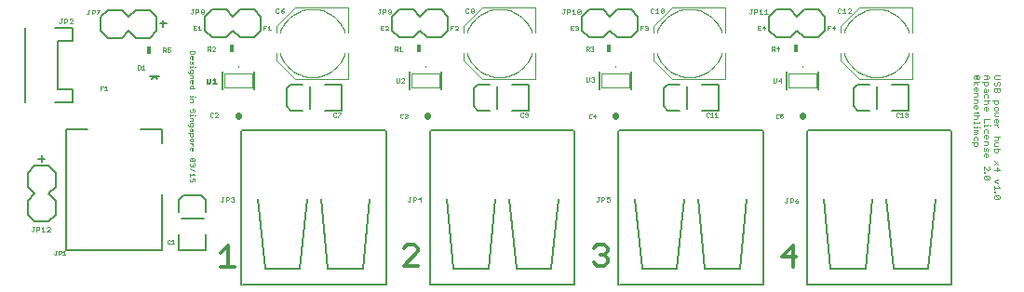
<source format=gto>
G75*
G70*
%OFA0B0*%
%FSLAX24Y24*%
%IPPOS*%
%LPD*%
%AMOC8*
5,1,8,0,0,1.08239X$1,22.5*
%
%ADD10C,0.0140*%
%ADD11C,0.0040*%
%ADD12C,0.0030*%
%ADD13C,0.0060*%
%ADD14C,0.0020*%
%ADD15C,0.0050*%
%ADD16C,0.0080*%
%ADD17C,0.0010*%
%ADD18C,0.0004*%
%ADD19C,0.0030*%
%ADD20C,0.0220*%
%ADD21R,0.0160X0.0280*%
D10*
X007970Y001340D02*
X008477Y001340D01*
X008224Y001340D02*
X008224Y002101D01*
X007970Y001847D01*
X014520Y002024D02*
X014647Y002151D01*
X014900Y002151D01*
X015027Y002024D01*
X015027Y001897D01*
X014520Y001390D01*
X015027Y001390D01*
X021320Y001517D02*
X021447Y001390D01*
X021700Y001390D01*
X021827Y001517D01*
X021827Y001644D01*
X021700Y001770D01*
X021574Y001770D01*
X021700Y001770D02*
X021827Y001897D01*
X021827Y002024D01*
X021700Y002151D01*
X021447Y002151D01*
X021320Y002024D01*
X028070Y001720D02*
X028577Y001720D01*
X028450Y002101D02*
X028070Y001720D01*
X028450Y001340D02*
X028450Y002101D01*
D11*
X028352Y003640D02*
X028352Y003800D01*
X028432Y003800D01*
X028458Y003773D01*
X028458Y003720D01*
X028432Y003693D01*
X028352Y003693D01*
X028248Y003667D02*
X028248Y003800D01*
X028274Y003800D02*
X028221Y003800D01*
X028248Y003667D02*
X028221Y003640D01*
X028194Y003640D01*
X028168Y003667D01*
X028536Y003667D02*
X028536Y003720D01*
X028616Y003720D01*
X028643Y003693D01*
X028643Y003667D01*
X028616Y003640D01*
X028563Y003640D01*
X028536Y003667D01*
X028536Y003720D02*
X028589Y003773D01*
X028643Y003800D01*
X034863Y005806D02*
X035063Y005806D01*
X035063Y005706D01*
X035030Y005673D01*
X034963Y005673D01*
X034930Y005706D01*
X034930Y005806D01*
X034930Y005894D02*
X034930Y005994D01*
X034963Y006027D01*
X035030Y006027D01*
X035063Y005994D01*
X035063Y005894D01*
X035290Y005843D02*
X035423Y005843D01*
X035423Y005743D01*
X035390Y005709D01*
X035290Y005709D01*
X035290Y005622D02*
X035290Y005522D01*
X035323Y005488D01*
X035357Y005522D01*
X035357Y005588D01*
X035390Y005622D01*
X035423Y005588D01*
X035423Y005488D01*
X035390Y005401D02*
X035423Y005367D01*
X035423Y005301D01*
X035390Y005267D01*
X035357Y005267D01*
X035357Y005401D01*
X035390Y005401D02*
X035323Y005401D01*
X035290Y005367D01*
X035290Y005301D01*
X035650Y005143D02*
X035783Y005010D01*
X035750Y004922D02*
X035750Y004789D01*
X035650Y004822D02*
X035850Y004822D01*
X035750Y004922D01*
X035650Y005010D02*
X035783Y005143D01*
X035490Y004925D02*
X035457Y004959D01*
X035490Y004925D02*
X035490Y004859D01*
X035457Y004825D01*
X035423Y004825D01*
X035290Y004959D01*
X035290Y004825D01*
X035290Y004738D02*
X035290Y004704D01*
X035323Y004704D01*
X035323Y004738D01*
X035290Y004738D01*
X035323Y004627D02*
X035457Y004494D01*
X035323Y004494D01*
X035290Y004527D01*
X035290Y004594D01*
X035323Y004627D01*
X035457Y004627D01*
X035490Y004594D01*
X035490Y004527D01*
X035457Y004494D01*
X035650Y004413D02*
X035783Y004347D01*
X035783Y004259D02*
X035850Y004192D01*
X035650Y004192D01*
X035650Y004126D02*
X035650Y004259D01*
X035650Y004413D02*
X035783Y004480D01*
X035683Y004038D02*
X035683Y004005D01*
X035650Y004005D01*
X035650Y004038D01*
X035683Y004038D01*
X035683Y003928D02*
X035817Y003794D01*
X035683Y003794D01*
X035650Y003827D01*
X035650Y003894D01*
X035683Y003928D01*
X035817Y003928D01*
X035850Y003894D01*
X035850Y003827D01*
X035817Y003794D01*
X035750Y005452D02*
X035683Y005452D01*
X035650Y005485D01*
X035650Y005585D01*
X035850Y005585D01*
X035783Y005585D02*
X035783Y005485D01*
X035750Y005452D01*
X035783Y005673D02*
X035650Y005673D01*
X035650Y005773D01*
X035683Y005806D01*
X035783Y005806D01*
X035750Y005894D02*
X035650Y005894D01*
X035750Y005894D02*
X035783Y005927D01*
X035783Y005994D01*
X035750Y006027D01*
X035850Y006027D02*
X035650Y006027D01*
X035423Y006030D02*
X035423Y005964D01*
X035390Y005930D01*
X035357Y005930D01*
X035357Y006064D01*
X035390Y006064D02*
X035423Y006030D01*
X035390Y006064D02*
X035323Y006064D01*
X035290Y006030D01*
X035290Y005964D01*
X035290Y006151D02*
X035290Y006251D01*
X035323Y006285D01*
X035390Y006285D01*
X035423Y006251D01*
X035423Y006151D01*
X035290Y006365D02*
X035290Y006432D01*
X035290Y006399D02*
X035423Y006399D01*
X035423Y006432D01*
X035490Y006399D02*
X035524Y006399D01*
X035650Y006432D02*
X035783Y006432D01*
X035717Y006432D02*
X035783Y006365D01*
X035783Y006332D01*
X035750Y006520D02*
X035717Y006520D01*
X035717Y006653D01*
X035750Y006653D02*
X035683Y006653D01*
X035650Y006620D01*
X035650Y006553D01*
X035750Y006520D02*
X035783Y006553D01*
X035783Y006620D01*
X035750Y006653D01*
X035783Y006741D02*
X035683Y006741D01*
X035650Y006774D01*
X035683Y006807D01*
X035650Y006841D01*
X035683Y006874D01*
X035783Y006874D01*
X035750Y006962D02*
X035683Y006962D01*
X035650Y006995D01*
X035650Y007062D01*
X035683Y007095D01*
X035750Y007095D01*
X035783Y007062D01*
X035783Y006995D01*
X035750Y006962D01*
X035750Y007183D02*
X035683Y007183D01*
X035650Y007216D01*
X035650Y007316D01*
X035583Y007316D02*
X035783Y007316D01*
X035783Y007216D01*
X035750Y007183D01*
X035490Y007316D02*
X035290Y007316D01*
X035290Y007404D02*
X035290Y007504D01*
X035323Y007537D01*
X035390Y007537D01*
X035423Y007504D01*
X035423Y007404D01*
X035390Y007316D02*
X035423Y007283D01*
X035423Y007216D01*
X035390Y007183D01*
X035290Y007183D01*
X035323Y007095D02*
X035390Y007095D01*
X035423Y007062D01*
X035423Y006995D01*
X035390Y006962D01*
X035357Y006962D01*
X035357Y007095D01*
X035323Y007095D02*
X035290Y007062D01*
X035290Y006995D01*
X035097Y006878D02*
X034963Y006878D01*
X034930Y006844D01*
X034930Y006764D02*
X035130Y006764D01*
X035063Y006730D02*
X035063Y006663D01*
X035030Y006630D01*
X034930Y006630D01*
X034930Y006543D02*
X034930Y006476D01*
X034930Y006509D02*
X035130Y006509D01*
X035130Y006543D01*
X035290Y006520D02*
X035290Y006653D01*
X035490Y006653D01*
X035063Y006730D02*
X035030Y006764D01*
X035063Y006844D02*
X035063Y006911D01*
X035030Y006998D02*
X034997Y006998D01*
X034997Y007132D01*
X035030Y007132D02*
X035063Y007099D01*
X035063Y007032D01*
X035030Y006998D01*
X034930Y007032D02*
X034930Y007099D01*
X034963Y007132D01*
X035030Y007132D01*
X035030Y007219D02*
X034930Y007219D01*
X035030Y007219D02*
X035063Y007253D01*
X035063Y007353D01*
X034930Y007353D01*
X034930Y007440D02*
X035030Y007440D01*
X035063Y007474D01*
X035063Y007574D01*
X034930Y007574D01*
X034997Y007661D02*
X034997Y007795D01*
X035030Y007795D02*
X035063Y007761D01*
X035063Y007695D01*
X035030Y007661D01*
X034997Y007661D01*
X034930Y007695D02*
X034930Y007761D01*
X034963Y007795D01*
X035030Y007795D01*
X035063Y007879D02*
X034997Y007979D01*
X034930Y007879D01*
X034930Y007979D02*
X035130Y007979D01*
X035223Y007979D02*
X035423Y007979D01*
X035423Y007879D01*
X035390Y007846D01*
X035323Y007846D01*
X035290Y007879D01*
X035290Y007979D01*
X035290Y008067D02*
X035423Y008067D01*
X035490Y008133D01*
X035423Y008200D01*
X035290Y008200D01*
X035390Y008200D02*
X035390Y008067D01*
X035130Y008100D02*
X035097Y008067D01*
X035030Y008067D01*
X034997Y008100D01*
X035063Y008100D01*
X035063Y008167D01*
X034997Y008167D01*
X034997Y008100D01*
X034963Y008067D02*
X034930Y008100D01*
X034930Y008167D01*
X034963Y008200D01*
X035097Y008200D01*
X035130Y008167D01*
X035130Y008100D01*
X035650Y008100D02*
X035683Y008067D01*
X035850Y008067D01*
X035817Y007979D02*
X035783Y007979D01*
X035750Y007946D01*
X035750Y007879D01*
X035717Y007846D01*
X035683Y007846D01*
X035650Y007879D01*
X035650Y007946D01*
X035683Y007979D01*
X035650Y008100D02*
X035650Y008167D01*
X035683Y008200D01*
X035850Y008200D01*
X035817Y007979D02*
X035850Y007946D01*
X035850Y007879D01*
X035817Y007846D01*
X035850Y007758D02*
X035650Y007758D01*
X035650Y007658D01*
X035683Y007625D01*
X035717Y007625D01*
X035750Y007658D01*
X035750Y007758D01*
X035750Y007658D02*
X035783Y007625D01*
X035817Y007625D01*
X035850Y007658D01*
X035850Y007758D01*
X035423Y007725D02*
X035423Y007658D01*
X035390Y007625D01*
X035290Y007625D01*
X035290Y007725D01*
X035323Y007758D01*
X035357Y007725D01*
X035357Y007625D01*
X032730Y008090D02*
X030840Y008090D01*
X030170Y008760D01*
X030170Y008996D01*
X030289Y009744D02*
X030311Y009808D01*
X030338Y009871D01*
X030368Y009933D01*
X030401Y009992D01*
X030437Y010050D01*
X030477Y010106D01*
X030520Y010159D01*
X030565Y010210D01*
X030613Y010258D01*
X030664Y010303D01*
X030718Y010346D01*
X030774Y010385D01*
X030831Y010422D01*
X030891Y010455D01*
X030953Y010484D01*
X031016Y010510D01*
X031080Y010533D01*
X031146Y010552D01*
X031213Y010567D01*
X031280Y010578D01*
X031348Y010586D01*
X031416Y010590D01*
X031484Y010590D01*
X031552Y010586D01*
X031620Y010578D01*
X031687Y010567D01*
X031754Y010552D01*
X031820Y010533D01*
X031884Y010510D01*
X031947Y010484D01*
X032009Y010455D01*
X032069Y010422D01*
X032126Y010385D01*
X032182Y010346D01*
X032236Y010303D01*
X032287Y010258D01*
X032335Y010210D01*
X032380Y010159D01*
X032423Y010106D01*
X032463Y010050D01*
X032499Y009992D01*
X032532Y009933D01*
X032562Y009871D01*
X032589Y009808D01*
X032611Y009744D01*
X032730Y009744D02*
X032730Y010650D01*
X030840Y010650D01*
X030170Y009980D01*
X030170Y009744D01*
X030289Y008996D02*
X030311Y008932D01*
X030338Y008869D01*
X030368Y008807D01*
X030401Y008748D01*
X030437Y008690D01*
X030477Y008634D01*
X030520Y008581D01*
X030565Y008530D01*
X030613Y008482D01*
X030664Y008437D01*
X030718Y008394D01*
X030774Y008355D01*
X030831Y008318D01*
X030891Y008285D01*
X030953Y008256D01*
X031016Y008230D01*
X031080Y008207D01*
X031146Y008188D01*
X031213Y008173D01*
X031280Y008162D01*
X031348Y008154D01*
X031416Y008150D01*
X031484Y008150D01*
X031552Y008154D01*
X031620Y008162D01*
X031687Y008173D01*
X031754Y008188D01*
X031820Y008207D01*
X031884Y008230D01*
X031947Y008256D01*
X032009Y008285D01*
X032069Y008318D01*
X032126Y008355D01*
X032182Y008394D01*
X032236Y008437D01*
X032287Y008482D01*
X032335Y008530D01*
X032380Y008581D01*
X032423Y008634D01*
X032463Y008690D01*
X032499Y008748D01*
X032532Y008807D01*
X032562Y008869D01*
X032589Y008932D01*
X032611Y008996D01*
X032730Y008996D02*
X032730Y008090D01*
X028043Y008020D02*
X027936Y008020D01*
X028016Y008100D01*
X028016Y007940D01*
X027858Y007967D02*
X027858Y008100D01*
X027752Y008100D02*
X027752Y007967D01*
X027778Y007940D01*
X027832Y007940D01*
X027858Y007967D01*
X026030Y008090D02*
X024140Y008090D01*
X023470Y008760D01*
X023470Y008996D01*
X023589Y009744D02*
X023611Y009808D01*
X023638Y009871D01*
X023668Y009933D01*
X023701Y009992D01*
X023737Y010050D01*
X023777Y010106D01*
X023820Y010159D01*
X023865Y010210D01*
X023913Y010258D01*
X023964Y010303D01*
X024018Y010346D01*
X024074Y010385D01*
X024131Y010422D01*
X024191Y010455D01*
X024253Y010484D01*
X024316Y010510D01*
X024380Y010533D01*
X024446Y010552D01*
X024513Y010567D01*
X024580Y010578D01*
X024648Y010586D01*
X024716Y010590D01*
X024784Y010590D01*
X024852Y010586D01*
X024920Y010578D01*
X024987Y010567D01*
X025054Y010552D01*
X025120Y010533D01*
X025184Y010510D01*
X025247Y010484D01*
X025309Y010455D01*
X025369Y010422D01*
X025426Y010385D01*
X025482Y010346D01*
X025536Y010303D01*
X025587Y010258D01*
X025635Y010210D01*
X025680Y010159D01*
X025723Y010106D01*
X025763Y010050D01*
X025799Y009992D01*
X025832Y009933D01*
X025862Y009871D01*
X025889Y009808D01*
X025911Y009744D01*
X026030Y009744D02*
X026030Y010650D01*
X024140Y010650D01*
X023470Y009980D01*
X023470Y009744D01*
X023589Y008996D02*
X023611Y008932D01*
X023638Y008869D01*
X023668Y008807D01*
X023701Y008748D01*
X023737Y008690D01*
X023777Y008634D01*
X023820Y008581D01*
X023865Y008530D01*
X023913Y008482D01*
X023964Y008437D01*
X024018Y008394D01*
X024074Y008355D01*
X024131Y008318D01*
X024191Y008285D01*
X024253Y008256D01*
X024316Y008230D01*
X024380Y008207D01*
X024446Y008188D01*
X024513Y008173D01*
X024580Y008162D01*
X024648Y008154D01*
X024716Y008150D01*
X024784Y008150D01*
X024852Y008154D01*
X024920Y008162D01*
X024987Y008173D01*
X025054Y008188D01*
X025120Y008207D01*
X025184Y008230D01*
X025247Y008256D01*
X025309Y008285D01*
X025369Y008318D01*
X025426Y008355D01*
X025482Y008394D01*
X025536Y008437D01*
X025587Y008482D01*
X025635Y008530D01*
X025680Y008581D01*
X025723Y008634D01*
X025763Y008690D01*
X025799Y008748D01*
X025832Y008807D01*
X025862Y008869D01*
X025889Y008932D01*
X025911Y008996D01*
X026030Y008996D02*
X026030Y008090D01*
X021343Y008097D02*
X021316Y008070D01*
X021343Y008043D01*
X021343Y008017D01*
X021316Y007990D01*
X021263Y007990D01*
X021236Y008017D01*
X021289Y008070D02*
X021316Y008070D01*
X021343Y008097D02*
X021343Y008123D01*
X021316Y008150D01*
X021263Y008150D01*
X021236Y008123D01*
X021158Y008150D02*
X021158Y008017D01*
X021132Y007990D01*
X021078Y007990D01*
X021052Y008017D01*
X021052Y008150D01*
X019230Y008090D02*
X017340Y008090D01*
X016670Y008760D01*
X016670Y008996D01*
X016789Y009744D02*
X016811Y009808D01*
X016838Y009871D01*
X016868Y009933D01*
X016901Y009992D01*
X016937Y010050D01*
X016977Y010106D01*
X017020Y010159D01*
X017065Y010210D01*
X017113Y010258D01*
X017164Y010303D01*
X017218Y010346D01*
X017274Y010385D01*
X017331Y010422D01*
X017391Y010455D01*
X017453Y010484D01*
X017516Y010510D01*
X017580Y010533D01*
X017646Y010552D01*
X017713Y010567D01*
X017780Y010578D01*
X017848Y010586D01*
X017916Y010590D01*
X017984Y010590D01*
X018052Y010586D01*
X018120Y010578D01*
X018187Y010567D01*
X018254Y010552D01*
X018320Y010533D01*
X018384Y010510D01*
X018447Y010484D01*
X018509Y010455D01*
X018569Y010422D01*
X018626Y010385D01*
X018682Y010346D01*
X018736Y010303D01*
X018787Y010258D01*
X018835Y010210D01*
X018880Y010159D01*
X018923Y010106D01*
X018963Y010050D01*
X018999Y009992D01*
X019032Y009933D01*
X019062Y009871D01*
X019089Y009808D01*
X019111Y009744D01*
X019230Y009744D02*
X019230Y010650D01*
X017340Y010650D01*
X016670Y009980D01*
X016670Y009744D01*
X016789Y008996D02*
X016811Y008932D01*
X016838Y008869D01*
X016868Y008807D01*
X016901Y008748D01*
X016937Y008690D01*
X016977Y008634D01*
X017020Y008581D01*
X017065Y008530D01*
X017113Y008482D01*
X017164Y008437D01*
X017218Y008394D01*
X017274Y008355D01*
X017331Y008318D01*
X017391Y008285D01*
X017453Y008256D01*
X017516Y008230D01*
X017580Y008207D01*
X017646Y008188D01*
X017713Y008173D01*
X017780Y008162D01*
X017848Y008154D01*
X017916Y008150D01*
X017984Y008150D01*
X018052Y008154D01*
X018120Y008162D01*
X018187Y008173D01*
X018254Y008188D01*
X018320Y008207D01*
X018384Y008230D01*
X018447Y008256D01*
X018509Y008285D01*
X018569Y008318D01*
X018626Y008355D01*
X018682Y008394D01*
X018736Y008437D01*
X018787Y008482D01*
X018835Y008530D01*
X018880Y008581D01*
X018923Y008634D01*
X018963Y008690D01*
X018999Y008748D01*
X019032Y008807D01*
X019062Y008869D01*
X019089Y008932D01*
X019111Y008996D01*
X019230Y008996D02*
X019230Y008090D01*
X014543Y008047D02*
X014543Y008073D01*
X014516Y008100D01*
X014463Y008100D01*
X014436Y008073D01*
X014358Y008100D02*
X014358Y007967D01*
X014332Y007940D01*
X014278Y007940D01*
X014252Y007967D01*
X014252Y008100D01*
X014436Y007940D02*
X014543Y008047D01*
X014543Y007940D02*
X014436Y007940D01*
X012530Y008090D02*
X010640Y008090D01*
X009970Y008760D01*
X009970Y008996D01*
X010089Y009744D02*
X010111Y009808D01*
X010138Y009871D01*
X010168Y009933D01*
X010201Y009992D01*
X010237Y010050D01*
X010277Y010106D01*
X010320Y010159D01*
X010365Y010210D01*
X010413Y010258D01*
X010464Y010303D01*
X010518Y010346D01*
X010574Y010385D01*
X010631Y010422D01*
X010691Y010455D01*
X010753Y010484D01*
X010816Y010510D01*
X010880Y010533D01*
X010946Y010552D01*
X011013Y010567D01*
X011080Y010578D01*
X011148Y010586D01*
X011216Y010590D01*
X011284Y010590D01*
X011352Y010586D01*
X011420Y010578D01*
X011487Y010567D01*
X011554Y010552D01*
X011620Y010533D01*
X011684Y010510D01*
X011747Y010484D01*
X011809Y010455D01*
X011869Y010422D01*
X011926Y010385D01*
X011982Y010346D01*
X012036Y010303D01*
X012087Y010258D01*
X012135Y010210D01*
X012180Y010159D01*
X012223Y010106D01*
X012263Y010050D01*
X012299Y009992D01*
X012332Y009933D01*
X012362Y009871D01*
X012389Y009808D01*
X012411Y009744D01*
X012530Y009744D02*
X012530Y010650D01*
X010640Y010650D01*
X009970Y009980D01*
X009970Y009744D01*
X010089Y008996D02*
X010111Y008932D01*
X010138Y008869D01*
X010168Y008807D01*
X010201Y008748D01*
X010237Y008690D01*
X010277Y008634D01*
X010320Y008581D01*
X010365Y008530D01*
X010413Y008482D01*
X010464Y008437D01*
X010518Y008394D01*
X010574Y008355D01*
X010631Y008318D01*
X010691Y008285D01*
X010753Y008256D01*
X010816Y008230D01*
X010880Y008207D01*
X010946Y008188D01*
X011013Y008173D01*
X011080Y008162D01*
X011148Y008154D01*
X011216Y008150D01*
X011284Y008150D01*
X011352Y008154D01*
X011420Y008162D01*
X011487Y008173D01*
X011554Y008188D01*
X011620Y008207D01*
X011684Y008230D01*
X011747Y008256D01*
X011809Y008285D01*
X011869Y008318D01*
X011926Y008355D01*
X011982Y008394D01*
X012036Y008437D01*
X012087Y008482D01*
X012135Y008530D01*
X012180Y008581D01*
X012223Y008634D01*
X012263Y008690D01*
X012299Y008748D01*
X012332Y008807D01*
X012362Y008869D01*
X012389Y008932D01*
X012411Y008996D01*
X012530Y008996D02*
X012530Y008090D01*
X013617Y010410D02*
X013643Y010410D01*
X013670Y010437D01*
X013670Y010570D01*
X013643Y010570D02*
X013697Y010570D01*
X013774Y010570D02*
X013854Y010570D01*
X013881Y010543D01*
X013881Y010490D01*
X013854Y010463D01*
X013774Y010463D01*
X013774Y010410D02*
X013774Y010570D01*
X013958Y010543D02*
X013958Y010517D01*
X013985Y010490D01*
X014065Y010490D01*
X014065Y010437D02*
X014065Y010543D01*
X014038Y010570D01*
X013985Y010570D01*
X013958Y010543D01*
X013958Y010437D02*
X013985Y010410D01*
X014038Y010410D01*
X014065Y010437D01*
X013617Y010410D02*
X013590Y010437D01*
X016741Y010473D02*
X016767Y010446D01*
X016821Y010446D01*
X016847Y010473D01*
X016925Y010473D02*
X016925Y010500D01*
X016952Y010526D01*
X017005Y010526D01*
X017032Y010500D01*
X017032Y010473D01*
X017005Y010446D01*
X016952Y010446D01*
X016925Y010473D01*
X016952Y010526D02*
X016925Y010553D01*
X016925Y010580D01*
X016952Y010606D01*
X017005Y010606D01*
X017032Y010580D01*
X017032Y010553D01*
X017005Y010526D01*
X016847Y010580D02*
X016821Y010606D01*
X016767Y010606D01*
X016741Y010580D01*
X016741Y010473D01*
X020190Y010437D02*
X020217Y010410D01*
X020243Y010410D01*
X020270Y010437D01*
X020270Y010570D01*
X020243Y010570D02*
X020297Y010570D01*
X020374Y010570D02*
X020374Y010410D01*
X020374Y010463D02*
X020454Y010463D01*
X020481Y010490D01*
X020481Y010543D01*
X020454Y010570D01*
X020374Y010570D01*
X020558Y010517D02*
X020612Y010570D01*
X020612Y010410D01*
X020665Y010410D02*
X020558Y010410D01*
X020742Y010437D02*
X020849Y010543D01*
X020849Y010437D01*
X020823Y010410D01*
X020769Y010410D01*
X020742Y010437D01*
X020742Y010543D01*
X020769Y010570D01*
X020823Y010570D01*
X020849Y010543D01*
X023357Y010580D02*
X023357Y010473D01*
X023383Y010446D01*
X023437Y010446D01*
X023463Y010473D01*
X023541Y010446D02*
X023647Y010446D01*
X023594Y010446D02*
X023594Y010606D01*
X023541Y010553D01*
X023463Y010580D02*
X023437Y010606D01*
X023383Y010606D01*
X023357Y010580D01*
X023725Y010580D02*
X023725Y010473D01*
X023832Y010580D01*
X023832Y010473D01*
X023805Y010446D01*
X023752Y010446D01*
X023725Y010473D01*
X023725Y010580D02*
X023752Y010606D01*
X023805Y010606D01*
X023832Y010580D01*
X026890Y010437D02*
X026917Y010410D01*
X026943Y010410D01*
X026970Y010437D01*
X026970Y010570D01*
X026943Y010570D02*
X026997Y010570D01*
X027074Y010570D02*
X027154Y010570D01*
X027181Y010543D01*
X027181Y010490D01*
X027154Y010463D01*
X027074Y010463D01*
X027074Y010410D02*
X027074Y010570D01*
X027258Y010517D02*
X027312Y010570D01*
X027312Y010410D01*
X027365Y010410D02*
X027258Y010410D01*
X027442Y010410D02*
X027549Y010410D01*
X027496Y010410D02*
X027496Y010570D01*
X027442Y010517D01*
X030057Y010473D02*
X030083Y010446D01*
X030137Y010446D01*
X030163Y010473D01*
X030241Y010446D02*
X030347Y010446D01*
X030294Y010446D02*
X030294Y010606D01*
X030241Y010553D01*
X030163Y010580D02*
X030137Y010606D01*
X030083Y010606D01*
X030057Y010580D01*
X030057Y010473D01*
X030425Y010446D02*
X030532Y010553D01*
X030532Y010580D01*
X030505Y010606D01*
X030452Y010606D01*
X030425Y010580D01*
X030425Y010446D02*
X030532Y010446D01*
X034930Y006395D02*
X034930Y006329D01*
X034930Y006362D02*
X035063Y006362D01*
X035063Y006395D01*
X035130Y006362D02*
X035164Y006362D01*
X035063Y006248D02*
X035063Y006215D01*
X035030Y006181D01*
X035063Y006148D01*
X035030Y006114D01*
X034930Y006114D01*
X034930Y006181D02*
X035030Y006181D01*
X035063Y006248D02*
X034930Y006248D01*
X021893Y003850D02*
X021786Y003850D01*
X021786Y003770D01*
X021839Y003797D01*
X021866Y003797D01*
X021893Y003770D01*
X021893Y003717D01*
X021866Y003690D01*
X021813Y003690D01*
X021786Y003717D01*
X021708Y003770D02*
X021682Y003743D01*
X021602Y003743D01*
X021602Y003690D02*
X021602Y003850D01*
X021682Y003850D01*
X021708Y003823D01*
X021708Y003770D01*
X021524Y003850D02*
X021471Y003850D01*
X021498Y003850D02*
X021498Y003717D01*
X021471Y003690D01*
X021444Y003690D01*
X021418Y003717D01*
X015143Y003770D02*
X015036Y003770D01*
X015116Y003850D01*
X015116Y003690D01*
X014958Y003770D02*
X014958Y003823D01*
X014932Y003850D01*
X014852Y003850D01*
X014852Y003690D01*
X014852Y003743D02*
X014932Y003743D01*
X014958Y003770D01*
X014774Y003850D02*
X014721Y003850D01*
X014748Y003850D02*
X014748Y003717D01*
X014721Y003690D01*
X014694Y003690D01*
X014668Y003717D01*
X008443Y003717D02*
X008416Y003690D01*
X008363Y003690D01*
X008336Y003717D01*
X008389Y003770D02*
X008416Y003770D01*
X008443Y003743D01*
X008443Y003717D01*
X008416Y003770D02*
X008443Y003797D01*
X008443Y003823D01*
X008416Y003850D01*
X008363Y003850D01*
X008336Y003823D01*
X008258Y003823D02*
X008258Y003770D01*
X008232Y003743D01*
X008152Y003743D01*
X008152Y003690D02*
X008152Y003850D01*
X008232Y003850D01*
X008258Y003823D01*
X008074Y003850D02*
X008021Y003850D01*
X008048Y003850D02*
X008048Y003717D01*
X008021Y003690D01*
X007994Y003690D01*
X007968Y003717D01*
X001849Y002753D02*
X001823Y002780D01*
X001769Y002780D01*
X001742Y002753D01*
X001849Y002753D02*
X001849Y002727D01*
X001742Y002620D01*
X001849Y002620D01*
X001665Y002620D02*
X001558Y002620D01*
X001612Y002620D02*
X001612Y002780D01*
X001558Y002727D01*
X001481Y002753D02*
X001481Y002700D01*
X001454Y002673D01*
X001374Y002673D01*
X001374Y002620D02*
X001374Y002780D01*
X001454Y002780D01*
X001481Y002753D01*
X001297Y002780D02*
X001243Y002780D01*
X001270Y002780D02*
X001270Y002647D01*
X001243Y002620D01*
X001217Y002620D01*
X001190Y002647D01*
X002209Y010070D02*
X002236Y010070D01*
X002262Y010097D01*
X002262Y010230D01*
X002236Y010230D02*
X002289Y010230D01*
X002366Y010230D02*
X002446Y010230D01*
X002473Y010203D01*
X002473Y010150D01*
X002446Y010123D01*
X002366Y010123D01*
X002366Y010070D02*
X002366Y010230D01*
X002551Y010203D02*
X002577Y010230D01*
X002631Y010230D01*
X002657Y010203D01*
X002657Y010177D01*
X002551Y010070D01*
X002657Y010070D01*
X002209Y010070D02*
X002182Y010097D01*
X003168Y010427D02*
X003194Y010400D01*
X003221Y010400D01*
X003248Y010427D01*
X003248Y010560D01*
X003274Y010560D02*
X003221Y010560D01*
X003352Y010560D02*
X003352Y010400D01*
X003352Y010453D02*
X003432Y010453D01*
X003458Y010480D01*
X003458Y010533D01*
X003432Y010560D01*
X003352Y010560D01*
X003536Y010560D02*
X003643Y010560D01*
X003643Y010533D01*
X003536Y010427D01*
X003536Y010400D01*
X006890Y010437D02*
X006917Y010410D01*
X006943Y010410D01*
X006970Y010437D01*
X006970Y010570D01*
X006943Y010570D02*
X006997Y010570D01*
X007074Y010570D02*
X007154Y010570D01*
X007181Y010543D01*
X007181Y010490D01*
X007154Y010463D01*
X007074Y010463D01*
X007074Y010410D02*
X007074Y010570D01*
X007258Y010543D02*
X007258Y010517D01*
X007285Y010490D01*
X007338Y010490D01*
X007365Y010463D01*
X007365Y010437D01*
X007338Y010410D01*
X007285Y010410D01*
X007258Y010437D01*
X007258Y010463D01*
X007285Y010490D01*
X007338Y010490D02*
X007365Y010517D01*
X007365Y010543D01*
X007338Y010570D01*
X007285Y010570D01*
X007258Y010543D01*
X009941Y010580D02*
X009941Y010473D01*
X009967Y010446D01*
X010021Y010446D01*
X010047Y010473D01*
X010125Y010473D02*
X010152Y010446D01*
X010205Y010446D01*
X010232Y010473D01*
X010232Y010500D01*
X010205Y010526D01*
X010125Y010526D01*
X010125Y010473D01*
X010125Y010526D02*
X010178Y010580D01*
X010232Y010606D01*
X010047Y010580D02*
X010021Y010606D01*
X009967Y010606D01*
X009941Y010580D01*
D12*
X007035Y009084D02*
X006865Y009084D01*
X006865Y008999D01*
X006893Y008970D01*
X007007Y008970D01*
X007035Y008999D01*
X007035Y009084D01*
X006950Y008900D02*
X006893Y008900D01*
X006865Y008871D01*
X006865Y008814D01*
X006922Y008786D02*
X006922Y008900D01*
X006950Y008900D02*
X006978Y008871D01*
X006978Y008814D01*
X006950Y008786D01*
X006922Y008786D01*
X006950Y008715D02*
X006978Y008687D01*
X006978Y008602D01*
X006922Y008630D02*
X006922Y008687D01*
X006950Y008715D01*
X006865Y008715D02*
X006865Y008630D01*
X006893Y008602D01*
X006922Y008630D01*
X006978Y008531D02*
X006978Y008503D01*
X006865Y008503D01*
X006865Y008531D02*
X006865Y008475D01*
X006893Y008408D02*
X006865Y008380D01*
X006865Y008295D01*
X006837Y008295D02*
X006978Y008295D01*
X006978Y008380D01*
X006950Y008408D01*
X006893Y008408D01*
X006808Y008352D02*
X006808Y008323D01*
X006837Y008295D01*
X006865Y008224D02*
X006978Y008224D01*
X006978Y008139D01*
X006950Y008111D01*
X006865Y008111D01*
X006893Y008040D02*
X006950Y008040D01*
X006978Y008012D01*
X006978Y007955D01*
X006950Y007927D01*
X006922Y007927D01*
X006922Y008040D01*
X006893Y008040D02*
X006865Y008012D01*
X006865Y007955D01*
X006893Y007856D02*
X006950Y007856D01*
X006978Y007828D01*
X006978Y007743D01*
X007035Y007743D02*
X006865Y007743D01*
X006865Y007828D01*
X006893Y007856D01*
X006865Y007488D02*
X006865Y007431D01*
X006865Y007459D02*
X006978Y007459D01*
X006978Y007488D01*
X007035Y007459D02*
X007064Y007459D01*
X006978Y007365D02*
X006978Y007280D01*
X006950Y007251D01*
X006865Y007251D01*
X006865Y007365D02*
X006978Y007365D01*
X006978Y006997D02*
X006950Y006968D01*
X006950Y006912D01*
X006922Y006883D01*
X006893Y006883D01*
X006865Y006912D01*
X006865Y006968D01*
X006893Y006997D01*
X006978Y006997D02*
X007007Y006997D01*
X007035Y006968D01*
X007035Y006912D01*
X007007Y006883D01*
X006978Y006812D02*
X006978Y006784D01*
X006865Y006784D01*
X006865Y006812D02*
X006865Y006756D01*
X006865Y006690D02*
X006978Y006690D01*
X006978Y006605D01*
X006950Y006576D01*
X006865Y006576D01*
X006893Y006506D02*
X006865Y006477D01*
X006865Y006392D01*
X006837Y006392D02*
X006978Y006392D01*
X006978Y006477D01*
X006950Y006506D01*
X006893Y006506D01*
X006808Y006449D02*
X006808Y006420D01*
X006837Y006392D01*
X006893Y006321D02*
X006922Y006293D01*
X006922Y006208D01*
X006950Y006208D02*
X006865Y006208D01*
X006865Y006293D01*
X006893Y006321D01*
X006978Y006293D02*
X006978Y006236D01*
X006950Y006208D01*
X006978Y006137D02*
X006978Y006052D01*
X006950Y006024D01*
X006893Y006024D01*
X006865Y006052D01*
X006865Y006137D01*
X006808Y006137D02*
X006978Y006137D01*
X006950Y005953D02*
X006893Y005953D01*
X006865Y005925D01*
X006865Y005868D01*
X006893Y005840D01*
X006950Y005840D01*
X006978Y005868D01*
X006978Y005925D01*
X006950Y005953D01*
X006922Y005769D02*
X006978Y005712D01*
X006978Y005684D01*
X006950Y005615D02*
X006893Y005615D01*
X006865Y005587D01*
X006865Y005530D01*
X006922Y005502D02*
X006922Y005615D01*
X006950Y005615D02*
X006978Y005587D01*
X006978Y005530D01*
X006950Y005502D01*
X006922Y005502D01*
X006893Y005247D02*
X007007Y005134D01*
X006893Y005134D01*
X006865Y005162D01*
X006865Y005219D01*
X006893Y005247D01*
X007007Y005247D01*
X007035Y005219D01*
X007035Y005162D01*
X007007Y005134D01*
X007007Y005063D02*
X007035Y005035D01*
X007035Y004978D01*
X007007Y004950D01*
X006978Y004950D01*
X006950Y004978D01*
X006922Y004950D01*
X006893Y004950D01*
X006865Y004978D01*
X006865Y005035D01*
X006893Y005063D01*
X006950Y005006D02*
X006950Y004978D01*
X006865Y004879D02*
X007035Y004765D01*
X006978Y004695D02*
X007035Y004638D01*
X006865Y004638D01*
X006865Y004695D02*
X006865Y004581D01*
X006893Y004510D02*
X006865Y004482D01*
X006865Y004425D01*
X006893Y004397D01*
X006950Y004397D01*
X006978Y004425D01*
X006978Y004454D01*
X006950Y004510D01*
X007035Y004510D01*
X007035Y004397D01*
X006978Y005769D02*
X006865Y005769D01*
X007035Y006784D02*
X007064Y006784D01*
X007064Y008503D02*
X007035Y008503D01*
D13*
X005907Y009957D02*
X005907Y010184D01*
X006020Y010070D02*
X005793Y010070D01*
X001557Y005334D02*
X001557Y005107D01*
X001670Y005220D02*
X001443Y005220D01*
D14*
X007010Y009830D02*
X007103Y009830D01*
X007157Y009830D02*
X007251Y009830D01*
X007204Y009830D02*
X007204Y009970D01*
X007157Y009923D01*
X007103Y009970D02*
X007010Y009970D01*
X007010Y009830D01*
X007010Y009900D02*
X007057Y009900D01*
X009510Y009900D02*
X009557Y009900D01*
X009603Y009970D02*
X009510Y009970D01*
X009510Y009830D01*
X009657Y009830D02*
X009751Y009830D01*
X009704Y009830D02*
X009704Y009970D01*
X009657Y009923D01*
X013710Y009900D02*
X013757Y009900D01*
X013803Y009830D02*
X013710Y009830D01*
X013710Y009970D01*
X013803Y009970D01*
X013857Y009947D02*
X013881Y009970D01*
X013927Y009970D01*
X013951Y009947D01*
X013951Y009923D01*
X013857Y009830D01*
X013951Y009830D01*
X016210Y009830D02*
X016210Y009970D01*
X016303Y009970D01*
X016357Y009947D02*
X016381Y009970D01*
X016427Y009970D01*
X016451Y009947D01*
X016451Y009923D01*
X016357Y009830D01*
X016451Y009830D01*
X016257Y009900D02*
X016210Y009900D01*
X020510Y009900D02*
X020557Y009900D01*
X020603Y009830D02*
X020510Y009830D01*
X020510Y009970D01*
X020603Y009970D01*
X020657Y009947D02*
X020681Y009970D01*
X020727Y009970D01*
X020751Y009947D01*
X020751Y009923D01*
X020727Y009900D01*
X020751Y009877D01*
X020751Y009853D01*
X020727Y009830D01*
X020681Y009830D01*
X020657Y009853D01*
X020704Y009900D02*
X020727Y009900D01*
X023010Y009900D02*
X023057Y009900D01*
X023103Y009970D02*
X023010Y009970D01*
X023010Y009830D01*
X023157Y009853D02*
X023181Y009830D01*
X023227Y009830D01*
X023251Y009853D01*
X023251Y009877D01*
X023227Y009900D01*
X023204Y009900D01*
X023227Y009900D02*
X023251Y009923D01*
X023251Y009947D01*
X023227Y009970D01*
X023181Y009970D01*
X023157Y009947D01*
X027210Y009970D02*
X027210Y009830D01*
X027303Y009830D01*
X027257Y009900D02*
X027210Y009900D01*
X027210Y009970D02*
X027303Y009970D01*
X027357Y009900D02*
X027427Y009970D01*
X027427Y009830D01*
X027451Y009900D02*
X027357Y009900D01*
X029710Y009900D02*
X029757Y009900D01*
X029803Y009970D02*
X029710Y009970D01*
X029710Y009830D01*
X029857Y009900D02*
X029951Y009900D01*
X029927Y009830D02*
X029927Y009970D01*
X029857Y009900D01*
D15*
X029359Y008335D02*
X029359Y007705D01*
X028241Y007705D02*
X028241Y008335D01*
X031450Y007820D02*
X031450Y007020D01*
X028990Y006230D02*
X034110Y006230D01*
X034135Y006225D02*
X034135Y000720D01*
X034100Y000720D02*
X029000Y000720D01*
X028965Y000720D02*
X028965Y006225D01*
X027385Y006225D02*
X027385Y000720D01*
X027350Y000720D02*
X022250Y000720D01*
X022215Y000720D02*
X022215Y006225D01*
X022240Y006230D02*
X027360Y006230D01*
X024650Y007020D02*
X024650Y007820D01*
X022659Y007705D02*
X022659Y008335D01*
X021541Y008335D02*
X021541Y007705D01*
X020610Y006230D02*
X015490Y006230D01*
X015465Y006225D02*
X015465Y000720D01*
X015500Y000720D02*
X020600Y000720D01*
X020635Y000720D02*
X020635Y006225D01*
X017850Y007020D02*
X017850Y007820D01*
X015859Y007705D02*
X015859Y008335D01*
X014741Y008335D02*
X014741Y007705D01*
X011150Y007820D02*
X011150Y007020D01*
X009159Y007705D02*
X009159Y008335D01*
X008041Y008335D02*
X008041Y007705D01*
X007831Y007905D02*
X007704Y007905D01*
X007767Y007905D02*
X007767Y008095D01*
X007704Y008032D01*
X007610Y008095D02*
X007610Y007937D01*
X007578Y007905D01*
X007515Y007905D01*
X007483Y007937D01*
X007483Y008095D01*
X008740Y006230D02*
X013860Y006230D01*
X013885Y006225D02*
X013885Y000720D01*
X013850Y000720D02*
X008750Y000720D01*
X008715Y000720D02*
X008715Y006225D01*
X009300Y003770D02*
X009550Y001270D01*
X010800Y001270D01*
X011050Y003770D01*
X011550Y003770D02*
X011800Y001270D01*
X013050Y001270D01*
X013300Y003770D01*
X016050Y003770D02*
X016300Y001270D01*
X017550Y001270D01*
X017800Y003770D01*
X018300Y003770D02*
X018550Y001270D01*
X019800Y001270D01*
X020050Y003770D01*
X022800Y003770D02*
X023050Y001270D01*
X024300Y001270D01*
X024550Y003770D01*
X025050Y003770D02*
X025300Y001270D01*
X026550Y001270D01*
X026800Y003770D01*
X029550Y003770D02*
X029800Y001270D01*
X031050Y001270D01*
X031300Y003770D01*
X031800Y003770D02*
X032050Y001270D01*
X033300Y001270D01*
X033550Y003770D01*
X007350Y003070D02*
X006550Y003070D01*
D16*
X006478Y003314D02*
X006478Y003747D01*
X006635Y003904D01*
X007265Y003904D01*
X007422Y003747D01*
X007422Y003314D01*
X005862Y003938D02*
X005862Y001951D01*
X002438Y001951D01*
X002438Y006284D01*
X003205Y006284D01*
X005095Y006284D02*
X005862Y006284D01*
X005862Y005788D01*
X002050Y004720D02*
X001800Y004970D01*
X001300Y004970D01*
X001050Y004720D01*
X001050Y004220D01*
X001300Y003970D01*
X001050Y003720D01*
X001050Y003220D01*
X001300Y002970D01*
X001800Y002970D01*
X002050Y003220D01*
X002050Y003720D01*
X001800Y003970D01*
X002050Y004220D01*
X002050Y004720D01*
X006478Y002526D02*
X006478Y001936D01*
X007422Y001936D01*
X007422Y002526D01*
X010473Y006948D02*
X010906Y006948D01*
X010473Y006948D02*
X010316Y007105D01*
X010316Y007735D01*
X010473Y007892D01*
X010906Y007892D01*
X011694Y007892D02*
X012284Y007892D01*
X012284Y006948D01*
X011694Y006948D01*
X017016Y007105D02*
X017173Y006948D01*
X017606Y006948D01*
X017016Y007105D02*
X017016Y007735D01*
X017173Y007892D01*
X017606Y007892D01*
X018394Y007892D02*
X018984Y007892D01*
X018984Y006948D01*
X018394Y006948D01*
X023816Y007105D02*
X023973Y006948D01*
X024406Y006948D01*
X023816Y007105D02*
X023816Y007735D01*
X023973Y007892D01*
X024406Y007892D01*
X025194Y007892D02*
X025784Y007892D01*
X025784Y006948D01*
X025194Y006948D01*
X030616Y007105D02*
X030773Y006948D01*
X031206Y006948D01*
X030616Y007105D02*
X030616Y007735D01*
X030773Y007892D01*
X031206Y007892D01*
X031994Y007892D02*
X032584Y007892D01*
X032584Y006948D01*
X031994Y006948D01*
X029350Y009570D02*
X028850Y009570D01*
X028600Y009820D01*
X028350Y009570D01*
X027850Y009570D01*
X027600Y009820D01*
X027600Y010320D01*
X027850Y010570D01*
X028350Y010570D01*
X028600Y010320D01*
X028850Y010570D01*
X029350Y010570D01*
X029600Y010320D01*
X029600Y009820D01*
X029350Y009570D01*
X022900Y009820D02*
X022900Y010320D01*
X022650Y010570D01*
X022150Y010570D01*
X021900Y010320D01*
X021650Y010570D01*
X021150Y010570D01*
X020900Y010320D01*
X020900Y009820D01*
X021150Y009570D01*
X021650Y009570D01*
X021900Y009820D01*
X022150Y009570D01*
X022650Y009570D01*
X022900Y009820D01*
X016100Y009820D02*
X015850Y009570D01*
X015350Y009570D01*
X015100Y009820D01*
X014850Y009570D01*
X014350Y009570D01*
X014100Y009820D01*
X014100Y010320D01*
X014350Y010570D01*
X014850Y010570D01*
X015100Y010320D01*
X015350Y010570D01*
X015850Y010570D01*
X016100Y010320D01*
X016100Y009820D01*
X009400Y009820D02*
X009400Y010320D01*
X009150Y010570D01*
X008650Y010570D01*
X008400Y010320D01*
X008150Y010570D01*
X007650Y010570D01*
X007400Y010320D01*
X007400Y009820D01*
X007650Y009570D01*
X008150Y009570D01*
X008400Y009820D01*
X008650Y009570D01*
X009150Y009570D01*
X009400Y009820D01*
X005670Y009800D02*
X005420Y009550D01*
X004920Y009550D01*
X004670Y009800D01*
X004420Y009550D01*
X003920Y009550D01*
X003670Y009800D01*
X003670Y010300D01*
X003920Y010550D01*
X004420Y010550D01*
X004670Y010300D01*
X004920Y010550D01*
X005420Y010550D01*
X005670Y010300D01*
X005670Y009800D01*
X002672Y009909D02*
X002672Y009436D01*
X002121Y009436D01*
X002121Y007704D01*
X002672Y007704D01*
X002672Y007231D01*
X002042Y007231D01*
X000979Y007231D02*
X000979Y009909D01*
X002042Y009909D02*
X002672Y009909D01*
X005419Y008187D02*
X005600Y008187D01*
X005692Y008065D01*
X005781Y008187D02*
X005600Y008187D01*
X005590Y008181D02*
X005514Y008065D01*
D17*
X002005Y001800D02*
X002030Y001775D01*
X002055Y001775D01*
X002080Y001800D01*
X002080Y001925D01*
X002055Y001925D02*
X002105Y001925D01*
X002152Y001925D02*
X002227Y001925D01*
X002252Y001900D01*
X002252Y001850D01*
X002227Y001825D01*
X002152Y001825D01*
X002152Y001775D02*
X002152Y001925D01*
X002300Y001875D02*
X002350Y001925D01*
X002350Y001775D01*
X002300Y001775D02*
X002400Y001775D01*
X006067Y002190D02*
X006092Y002165D01*
X006142Y002165D01*
X006167Y002190D01*
X006214Y002165D02*
X006314Y002165D01*
X006264Y002165D02*
X006264Y002315D01*
X006214Y002265D01*
X006167Y002290D02*
X006142Y002315D01*
X006092Y002315D01*
X006067Y002290D01*
X006067Y002190D01*
X007630Y006725D02*
X007680Y006725D01*
X007705Y006750D01*
X007752Y006725D02*
X007852Y006825D01*
X007852Y006850D01*
X007827Y006875D01*
X007777Y006875D01*
X007752Y006850D01*
X007705Y006850D02*
X007680Y006875D01*
X007630Y006875D01*
X007605Y006850D01*
X007605Y006750D01*
X007630Y006725D01*
X007752Y006725D02*
X007852Y006725D01*
X003902Y007675D02*
X003802Y007675D01*
X003852Y007675D02*
X003852Y007825D01*
X003802Y007775D01*
X003755Y007825D02*
X003655Y007825D01*
X003655Y007675D01*
X003655Y007750D02*
X003705Y007750D01*
X004985Y008415D02*
X005060Y008415D01*
X005085Y008440D01*
X005085Y008540D01*
X005060Y008565D01*
X004985Y008565D01*
X004985Y008415D01*
X005133Y008415D02*
X005233Y008415D01*
X005183Y008415D02*
X005183Y008565D01*
X005133Y008515D01*
X005905Y009050D02*
X005905Y009200D01*
X005980Y009200D01*
X006005Y009175D01*
X006005Y009125D01*
X005980Y009100D01*
X005905Y009100D01*
X005955Y009100D02*
X006005Y009050D01*
X006052Y009075D02*
X006077Y009050D01*
X006127Y009050D01*
X006152Y009075D01*
X006152Y009125D01*
X006127Y009150D01*
X006102Y009150D01*
X006052Y009125D01*
X006052Y009200D01*
X006152Y009200D01*
X007510Y009240D02*
X007510Y009090D01*
X007510Y009140D02*
X007585Y009140D01*
X007610Y009165D01*
X007610Y009215D01*
X007585Y009240D01*
X007510Y009240D01*
X007560Y009140D02*
X007610Y009090D01*
X007658Y009090D02*
X007758Y009190D01*
X007758Y009215D01*
X007733Y009240D01*
X007683Y009240D01*
X007658Y009215D01*
X007658Y009090D02*
X007758Y009090D01*
X014210Y009090D02*
X014210Y009240D01*
X014285Y009240D01*
X014310Y009215D01*
X014310Y009165D01*
X014285Y009140D01*
X014210Y009140D01*
X014260Y009140D02*
X014310Y009090D01*
X014358Y009090D02*
X014458Y009090D01*
X014408Y009090D02*
X014408Y009240D01*
X014358Y009190D01*
X014430Y006825D02*
X014405Y006800D01*
X014405Y006700D01*
X014430Y006675D01*
X014480Y006675D01*
X014505Y006700D01*
X014552Y006700D02*
X014577Y006675D01*
X014627Y006675D01*
X014652Y006700D01*
X014652Y006725D01*
X014627Y006750D01*
X014602Y006750D01*
X014627Y006750D02*
X014652Y006775D01*
X014652Y006800D01*
X014627Y006825D01*
X014577Y006825D01*
X014552Y006800D01*
X014505Y006800D02*
X014480Y006825D01*
X014430Y006825D01*
X012258Y006846D02*
X012158Y006746D01*
X012158Y006721D01*
X012110Y006746D02*
X012085Y006721D01*
X012035Y006721D01*
X012010Y006746D01*
X012010Y006846D01*
X012035Y006871D01*
X012085Y006871D01*
X012110Y006846D01*
X012158Y006871D02*
X012258Y006871D01*
X012258Y006846D01*
X018710Y006846D02*
X018710Y006746D01*
X018735Y006721D01*
X018785Y006721D01*
X018810Y006746D01*
X018858Y006746D02*
X018883Y006721D01*
X018933Y006721D01*
X018958Y006746D01*
X018958Y006846D01*
X018933Y006871D01*
X018883Y006871D01*
X018858Y006846D01*
X018858Y006821D01*
X018883Y006796D01*
X018958Y006796D01*
X018810Y006846D02*
X018785Y006871D01*
X018735Y006871D01*
X018710Y006846D01*
X021155Y006800D02*
X021155Y006700D01*
X021180Y006675D01*
X021230Y006675D01*
X021255Y006700D01*
X021302Y006750D02*
X021402Y006750D01*
X021377Y006675D02*
X021377Y006825D01*
X021302Y006750D01*
X021255Y006800D02*
X021230Y006825D01*
X021180Y006825D01*
X021155Y006800D01*
X025363Y006846D02*
X025363Y006746D01*
X025388Y006721D01*
X025438Y006721D01*
X025463Y006746D01*
X025510Y006721D02*
X025610Y006721D01*
X025658Y006721D02*
X025758Y006721D01*
X025708Y006721D02*
X025708Y006871D01*
X025658Y006821D01*
X025560Y006871D02*
X025560Y006721D01*
X025510Y006821D02*
X025560Y006871D01*
X025463Y006846D02*
X025438Y006871D01*
X025388Y006871D01*
X025363Y006846D01*
X027855Y006800D02*
X027855Y006700D01*
X027880Y006675D01*
X027930Y006675D01*
X027955Y006700D01*
X028002Y006700D02*
X028027Y006675D01*
X028077Y006675D01*
X028102Y006700D01*
X028102Y006750D01*
X028077Y006775D01*
X028052Y006775D01*
X028002Y006750D01*
X028002Y006825D01*
X028102Y006825D01*
X027955Y006800D02*
X027930Y006825D01*
X027880Y006825D01*
X027855Y006800D01*
X032163Y006846D02*
X032163Y006746D01*
X032188Y006721D01*
X032238Y006721D01*
X032263Y006746D01*
X032310Y006721D02*
X032410Y006721D01*
X032360Y006721D02*
X032360Y006871D01*
X032310Y006821D01*
X032263Y006846D02*
X032238Y006871D01*
X032188Y006871D01*
X032163Y006846D01*
X032458Y006846D02*
X032483Y006871D01*
X032533Y006871D01*
X032558Y006846D01*
X032558Y006821D01*
X032533Y006796D01*
X032558Y006771D01*
X032558Y006746D01*
X032533Y006721D01*
X032483Y006721D01*
X032458Y006746D01*
X032508Y006796D02*
X032533Y006796D01*
X027933Y009090D02*
X027933Y009240D01*
X027858Y009165D01*
X027958Y009165D01*
X027810Y009165D02*
X027785Y009140D01*
X027710Y009140D01*
X027710Y009090D02*
X027710Y009240D01*
X027785Y009240D01*
X027810Y009215D01*
X027810Y009165D01*
X027760Y009140D02*
X027810Y009090D01*
X021308Y009115D02*
X021283Y009090D01*
X021233Y009090D01*
X021208Y009115D01*
X021160Y009090D02*
X021110Y009140D01*
X021135Y009140D02*
X021060Y009140D01*
X021060Y009090D02*
X021060Y009240D01*
X021135Y009240D01*
X021160Y009215D01*
X021160Y009165D01*
X021135Y009140D01*
X021208Y009215D02*
X021233Y009240D01*
X021283Y009240D01*
X021308Y009215D01*
X021308Y009190D01*
X021283Y009165D01*
X021308Y009140D01*
X021308Y009115D01*
X021283Y009165D02*
X021258Y009165D01*
D18*
X022100Y008532D02*
X022100Y008528D01*
X028800Y008528D02*
X028800Y008532D01*
X015300Y008528D02*
X015300Y008532D01*
X008600Y008528D02*
X008600Y008532D01*
D19*
X009100Y008280D02*
X008096Y008280D01*
X008096Y007764D01*
X009100Y007764D01*
X009100Y008280D01*
X014796Y008280D02*
X014796Y007764D01*
X015800Y007764D01*
X015800Y008280D01*
X014796Y008280D01*
X021596Y008280D02*
X021596Y007764D01*
X022600Y007764D01*
X022600Y008280D01*
X021596Y008280D01*
X028296Y008280D02*
X028296Y007764D01*
X029300Y007764D01*
X029300Y008280D01*
X028296Y008280D01*
D20*
X028800Y006782D02*
X028800Y006758D01*
X022100Y006782D02*
X022100Y006758D01*
X015350Y006782D02*
X015350Y006758D01*
X008600Y006782D02*
X008600Y006758D01*
D21*
X008350Y009170D03*
X005400Y009120D03*
X015050Y009170D03*
X021850Y009170D03*
X028550Y009170D03*
M02*

</source>
